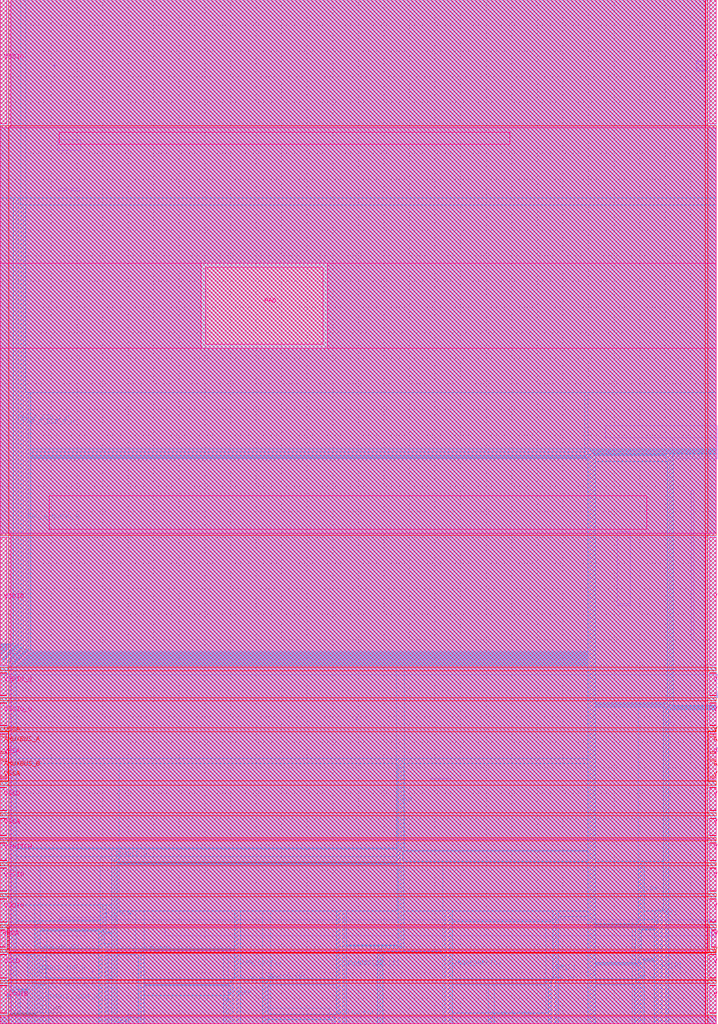
<source format=lef>
# Copyright 2020 The SkyWater PDK Authors
#
# Licensed under the Apache License, Version 2.0 (the "License");
# you may not use this file except in compliance with the License.
# You may obtain a copy of the License at
#
#     https://www.apache.org/licenses/LICENSE-2.0
#
# Unless required by applicable law or agreed to in writing, software
# distributed under the License is distributed on an "AS IS" BASIS,
# WITHOUT WARRANTIES OR CONDITIONS OF ANY KIND, either express or implied.
# See the License for the specific language governing permissions and
# limitations under the License.
#
# SPDX-License-Identifier: Apache-2.0

VERSION 5.5 ;
NAMESCASESENSITIVE ON ;
BUSBITCHARS "[]" ;
DIVIDERCHAR "/" ;
MACRO sky130_fd_io__top_gpio_ovtv2
  CLASS BLOCK ;
  SOURCE USER ;
  ORIGIN  0.000000  0.000000 ;
  SIZE 140 BY 200 ;
  SYMMETRY R90 ;
  PIN AMUXBUS_A
    ANTENNAPARTIALMETALSIDEAREA  215.1680 ;
    DIRECTION INOUT ;
    USE SIGNAL ;
    PORT
      LAYER met4 ;
        RECT 0.000000 53.125000 1.270000 56.105000 ;
    END
    PORT
      LAYER met4 ;
        RECT 138.730000 53.125000 140.000000 56.105000 ;
    END
  END AMUXBUS_A
  PIN AMUXBUS_B
    ANTENNAPARTIALMETALSIDEAREA  215.1680 ;
    DIRECTION INOUT ;
    USE SIGNAL ;
    PORT
      LAYER met4 ;
        RECT 0.000000 48.365000 1.270000 51.345000 ;
    END
    PORT
      LAYER met4 ;
        RECT 138.730000 48.365000 140.000000 51.345000 ;
    END
  END AMUXBUS_B
  PIN ANALOG_EN
    ANTENNAPARTIALCUTAREA  0.320000 ;
    DIRECTION INPUT ;
    USE SIGNAL ;
    PORT
      LAYER met3 ;
        RECT 7.930000 14.070000 8.710000 14.390000 ;
        RECT 7.935000 14.065000 8.705000 14.070000 ;
        RECT 8.025000 13.975000 8.615000 14.065000 ;
        RECT 8.115000  0.000000 8.445000 13.805000 ;
        RECT 8.115000 13.805000 8.445000 13.845000 ;
        RECT 8.115000 13.845000 8.485000 13.885000 ;
        RECT 8.115000 13.885000 8.525000 13.975000 ;
    END
  END ANALOG_EN
  PIN ANALOG_POL
    ANTENNAPARTIALCUTAREA  0.160000 ;
    DIRECTION INPUT ;
    USE SIGNAL ;
    PORT
      LAYER met3 ;
        RECT 64.785000 1.165000 65.565000 1.485000 ;
        RECT 65.110000 1.040000 65.565000 1.165000 ;
        RECT 65.235000 0.000000 65.565000 0.915000 ;
        RECT 65.235000 0.915000 65.565000 1.040000 ;
    END
  END ANALOG_POL
  PIN ANALOG_SEL
    ANTENNAPARTIALCUTAREA  0.160000 ;
    DIRECTION INPUT ;
    USE SIGNAL ;
    PORT
      LAYER met3 ;
        RECT 51.655000 0.000000 51.985000 7.760000 ;
        RECT 51.655000 7.760000 51.985000 7.910000 ;
        RECT 51.655000 7.910000 52.135000 8.060000 ;
        RECT 51.655000 8.060000 52.435000 8.380000 ;
    END
  END ANALOG_SEL
  PIN DM[0]
    ANTENNAGATEAREA  0.500000 ;
    DIRECTION INPUT ;
    USE SIGNAL ;
    PORT
      LAYER met3 ;
        RECT 129.105000 20.955000 129.435000 21.685000 ;
        RECT 129.125000  0.000000 129.455000 20.955000 ;
    END
  END DM[0]
  PIN DM[1]
    ANTENNAGATEAREA  0.500000 ;
    DIRECTION INPUT ;
    USE SIGNAL ;
    PORT
      LAYER met3 ;
        RECT 128.275000  0.000000 128.605000 19.875000 ;
        RECT 128.275000 19.875000 128.605000 19.885000 ;
        RECT 128.275000 19.885000 128.615000 19.895000 ;
        RECT 128.275000 19.895000 128.625000 20.180000 ;
        RECT 128.285000 20.180000 128.625000 20.190000 ;
        RECT 128.295000 20.190000 128.625000 20.200000 ;
        RECT 128.295000 20.200000 128.625000 21.685000 ;
    END
  END DM[1]
  PIN DM[2]
    ANTENNAGATEAREA  0.500000 ;
    DIRECTION INPUT ;
    USE SIGNAL ;
    PORT
      LAYER met3 ;
        RECT 108.375000 20.280000 108.725000 20.640000 ;
        RECT 108.375000 20.640000 108.705000 21.685000 ;
        RECT 108.395000  0.000000 108.725000 20.280000 ;
    END
  END DM[2]
  PIN ENABLE_H
    ANTENNAGATEAREA  8.880000 ;
    DIRECTION INPUT ;
    USE SIGNAL ;
    PORT
      LAYER met3 ;
        RECT 22.135000  0.000000 22.465000 31.675000 ;
        RECT 22.135000 31.675000 22.465000 31.810000 ;
        RECT 22.135000 31.810000 22.600000 31.945000 ;
        RECT 22.135000 31.945000 22.875000 32.275000 ;
    END
  END ENABLE_H
  PIN ENABLE_INP_H
    ANTENNAGATEAREA  3.240000 ;
    DIRECTION INPUT ;
    USE SIGNAL ;
    PORT
      LAYER met3 ;
        RECT 7.110000 0.000000 7.440000 19.735000 ;
    END
  END ENABLE_INP_H
  PIN ENABLE_VDDA_H
    ANTENNAGATEAREA  3.500000 ;
    DIRECTION INPUT ;
    USE SIGNAL ;
    PORT
      LAYER met3 ;
        RECT 8.770000 0.000000 9.100000 8.620000 ;
    END
  END ENABLE_VDDA_H
  PIN ENABLE_VDDIO
    ANTENNAGATEAREA  6.620000 ;
    DIRECTION INPUT ;
    USE SIGNAL ;
    PORT
      LAYER met3 ;
        RECT 95.845000 0.000000 96.215000 1.740000 ;
    END
  END ENABLE_VDDIO
  PIN ENABLE_VSWITCH_H
    ANTENNAGATEAREA  3.120000 ;
    DIRECTION INPUT ;
    USE SIGNAL ;
    PORT
      LAYER met3 ;
        RECT 5.765000 0.000000 6.365000 13.205000 ;
    END
  END ENABLE_VSWITCH_H
  PIN HLD_H_N
    ANTENNAGATEAREA  1.620000 ;
    DIRECTION INPUT ;
    USE SIGNAL ;
    PORT
      LAYER met3 ;
        RECT 19.635000  0.000000 19.965000 17.750000 ;
        RECT 19.635000 17.750000 19.965000 17.865000 ;
        RECT 19.635000 17.865000 20.080000 17.980000 ;
        RECT 19.635000 17.980000 20.195000 17.985000 ;
        RECT 19.675000 17.985000 20.200000 18.025000 ;
        RECT 19.715000 18.025000 20.240000 18.065000 ;
        RECT 19.830000 18.065000 20.280000 18.180000 ;
        RECT 19.945000 18.180000 20.280000 18.295000 ;
        RECT 19.950000 18.295000 20.280000 18.300000 ;
        RECT 19.950000 18.300000 20.280000 22.865000 ;
    END
  END HLD_H_N
  PIN HLD_OVR
    ANTENNAPARTIALCUTAREA  0.160000 ;
    DIRECTION INPUT ;
    USE SIGNAL ;
    PORT
      LAYER met3 ;
        RECT 26.900000 14.055000 27.680000 14.375000 ;
        RECT 26.905000 14.050000 27.685000 14.055000 ;
        RECT 27.055000 13.900000 27.685000 14.050000 ;
        RECT 27.205000 13.750000 27.685000 13.900000 ;
        RECT 27.355000  0.000000 27.685000 13.600000 ;
        RECT 27.355000 13.600000 27.685000 13.750000 ;
    END
  END HLD_OVR
  PIN HYS_TRIM
    ANTENNAPARTIALCUTAREA  0.160000 ;
    DIRECTION INPUT ;
    USE SIGNAL ;
    PORT
      LAYER met3 ;
        RECT 44.905000 8.060000 45.685000 8.380000 ;
        RECT 45.055000 7.910000 45.685000 8.060000 ;
        RECT 45.205000 7.760000 45.685000 7.910000 ;
        RECT 45.355000 0.000000 45.685000 7.610000 ;
        RECT 45.355000 7.610000 45.685000 7.760000 ;
    END
  END HYS_TRIM
  PIN IB_MODE_SEL[0]
    ANTENNAGATEAREA  0.500000 ;
    DIRECTION INPUT ;
    USE SIGNAL ;
    PORT
      LAYER met3 ;
        RECT 86.815000 0.000000 87.145000 21.685000 ;
    END
  END IB_MODE_SEL[0]
  PIN IB_MODE_SEL[1]
    ANTENNAGATEAREA  0.500000 ;
    DIRECTION INPUT ;
    USE SIGNAL ;
    PORT
      LAYER met3 ;
        RECT 66.935000 0.000000 67.265000 21.685000 ;
    END
  END IB_MODE_SEL[1]
  PIN IN
    ANTENNAPARTIALMETALSIDEAREA  23.36800 ;
    DIRECTION OUTPUT ;
    USE SIGNAL ;
    PORT
      LAYER met3 ;
        RECT 20.380000 0.000000 20.710000 15.275000 ;
    END
  END IN
  PIN INP_DIS
    ANTENNAPARTIALCUTAREA  0.160000 ;
    DIRECTION INPUT ;
    USE SIGNAL ;
    PORT
      LAYER met3 ;
        RECT 107.095000 8.060000 107.875000 8.380000 ;
        RECT 107.285000 8.055000 107.875000 8.060000 ;
        RECT 107.415000 7.925000 107.875000 8.055000 ;
        RECT 107.545000 0.000000 107.875000 7.795000 ;
        RECT 107.545000 7.795000 107.875000 7.925000 ;
    END
  END INP_DIS
  PIN IN_H
    ANTENNAPARTIALMETALSIDEAREA  1.722440 ;
    DIRECTION OUTPUT ;
    USE SIGNAL ;
    PORT
      LAYER met3 ;
        RECT 23.490000 0.610000 24.710000 0.940000 ;
        RECT 24.100000 0.605000 24.710000 0.610000 ;
        RECT 24.240000 0.465000 24.710000 0.605000 ;
        RECT 24.380000 0.000000 24.710000 0.325000 ;
        RECT 24.380000 0.325000 24.710000 0.465000 ;
    END
  END IN_H
  PIN OE_N
    ANTENNAPARTIALCUTAREA  0.160000 ;
    DIRECTION INPUT ;
    USE SIGNAL ;
    PORT
      LAYER met3 ;
        RECT 123.995000 8.060000 124.775000 8.380000 ;
        RECT 124.325000 7.940000 124.775000 8.060000 ;
        RECT 124.445000 0.000000 124.775000 7.820000 ;
        RECT 124.445000 7.820000 124.775000 7.940000 ;
    END
  END OE_N
  PIN OUT
    ANTENNAGATEAREA  1.529000 ;
    DIRECTION INPUT ;
    USE SIGNAL ;
    PORT
      LAYER met3 ;
        RECT 74.125000  0.000000 74.455000 14.140000 ;
        RECT 74.125000 14.140000 74.455000 14.290000 ;
        RECT 74.125000 14.290000 74.605000 14.440000 ;
        RECT 74.125000 14.440000 74.755000 14.535000 ;
        RECT 74.125000 14.535000 78.505000 14.865000 ;
        RECT 77.870000 51.155000 78.600000 51.485000 ;
        RECT 77.930000 14.865000 78.505000 15.015000 ;
        RECT 77.950000 31.465000 78.355000 31.535000 ;
        RECT 77.950000 31.535000 78.285000 31.605000 ;
        RECT 77.950000 31.605000 78.280000 31.610000 ;
        RECT 77.950000 31.610000 78.280000 33.835000 ;
        RECT 77.950000 33.835000 78.280000 33.905000 ;
        RECT 77.950000 33.905000 78.350000 33.975000 ;
        RECT 77.950000 33.975000 78.420000 33.980000 ;
        RECT 77.990000 31.425000 78.425000 31.465000 ;
        RECT 77.990000 33.980000 78.425000 34.020000 ;
        RECT 78.030000 31.385000 78.465000 31.425000 ;
        RECT 78.030000 34.020000 78.465000 34.060000 ;
        RECT 78.035000 31.380000 78.505000 31.385000 ;
        RECT 78.080000 15.015000 78.505000 15.165000 ;
        RECT 78.100000 34.060000 78.505000 34.130000 ;
        RECT 78.105000 31.310000 78.505000 31.380000 ;
        RECT 78.170000 34.130000 78.505000 34.200000 ;
        RECT 78.175000 15.165000 78.505000 15.260000 ;
        RECT 78.175000 15.260000 78.505000 31.240000 ;
        RECT 78.175000 31.240000 78.505000 31.310000 ;
        RECT 78.175000 34.200000 78.505000 34.205000 ;
        RECT 78.175000 34.205000 78.505000 51.155000 ;
    END
  END OUT
  PIN PAD
    ANTENNAPARTIALMETALSIDEAREA  228.2030 ;
    DIRECTION INOUT ;
    USE SIGNAL ;
    PORT
      LAYER met5 ;
        RECT 40.095000 132.705000 63.135000 147.730000 ;
    END
  END PAD
  PIN PAD_A_ESD_0_H
    ANTENNAPARTIALMETALSIDEAREA  256.0560 ;
    DIRECTION INOUT ;
    USE SIGNAL ;
    PORT
      LAYER met3 ;
        RECT 1.240000  5.465000 2.200000   5.470000 ;
        RECT 1.240000  5.470000 2.050000   5.620000 ;
        RECT 1.240000  5.620000 1.900000   5.770000 ;
        RECT 1.240000  5.770000 1.840000   5.830000 ;
        RECT 1.240000  5.830000 1.840000  70.535000 ;
        RECT 1.240000 70.535000 1.840000  70.680000 ;
        RECT 1.240000 70.680000 1.985000  70.825000 ;
        RECT 1.300000  5.405000 2.200000   5.465000 ;
        RECT 1.390000 70.825000 2.130000  70.975000 ;
        RECT 1.450000  5.255000 2.200000   5.405000 ;
        RECT 1.540000 70.975000 2.280000  71.125000 ;
        RECT 1.600000  0.000000 2.200000   5.105000 ;
        RECT 1.600000  5.105000 2.200000   5.255000 ;
        RECT 1.690000 71.125000 2.430000  71.275000 ;
        RECT 1.840000 71.275000 2.580000  71.425000 ;
        RECT 1.990000 71.425000 2.730000  71.575000 ;
        RECT 2.140000 71.575000 2.880000  71.725000 ;
        RECT 2.290000 71.725000 3.030000  71.875000 ;
        RECT 2.440000 71.875000 3.180000  72.025000 ;
        RECT 2.590000 72.025000 3.330000  72.175000 ;
        RECT 2.740000 72.175000 3.480000  72.325000 ;
        RECT 2.890000 72.325000 3.630000  72.475000 ;
        RECT 3.040000 72.475000 3.780000  72.625000 ;
        RECT 3.190000 72.625000 3.930000  72.775000 ;
        RECT 3.340000 72.775000 4.080000  72.925000 ;
        RECT 3.490000 72.925000 4.230000  73.075000 ;
        RECT 3.640000 73.075000 4.380000  73.225000 ;
        RECT 3.725000 73.225000 4.530000  73.310000 ;
        RECT 3.865000 73.310000 4.615000  73.450000 ;
        RECT 4.005000 73.450000 4.615000  73.590000 ;
        RECT 4.010000 73.590000 4.615000  73.595000 ;
        RECT 4.010000 73.595000 4.615000 159.560000 ;
    END
  END PAD_A_ESD_0_H
  PIN PAD_A_ESD_1_H
    ANTENNAPARTIALMETALSIDEAREA  257.9440 ;
    DIRECTION INOUT ;
    USE SIGNAL ;
    PORT
      LAYER met3 ;
        RECT 0.330000  0.000000 0.930000  71.100000 ;
        RECT 0.330000 71.100000 0.930000  71.240000 ;
        RECT 0.330000 71.240000 1.070000  71.380000 ;
        RECT 0.480000 71.380000 1.210000  71.530000 ;
        RECT 0.630000 71.530000 1.360000  71.680000 ;
        RECT 0.780000 71.680000 1.510000  71.830000 ;
        RECT 0.930000 71.830000 1.660000  71.980000 ;
        RECT 1.080000 71.980000 1.810000  72.130000 ;
        RECT 1.230000 72.130000 1.960000  72.280000 ;
        RECT 1.380000 72.280000 2.110000  72.430000 ;
        RECT 1.530000 72.430000 2.260000  72.580000 ;
        RECT 1.680000 72.580000 2.410000  72.730000 ;
        RECT 1.830000 72.730000 2.560000  72.880000 ;
        RECT 1.980000 72.880000 2.710000  73.030000 ;
        RECT 2.130000 73.030000 2.860000  73.180000 ;
        RECT 2.280000 73.180000 3.010000  73.330000 ;
        RECT 2.430000 73.330000 3.160000  73.480000 ;
        RECT 2.580000 73.480000 3.310000  73.630000 ;
        RECT 2.705000 73.630000 3.460000  73.755000 ;
        RECT 2.845000 73.755000 3.585000  73.895000 ;
        RECT 2.985000 73.895000 3.585000  74.035000 ;
        RECT 2.985000 74.035000 3.585000 160.945000 ;
    END
  END PAD_A_ESD_1_H
  PIN PAD_A_NOESD_H
    ANTENNAPARTIALCUTAREA  0.120000 ;
    DIRECTION INOUT ;
    USE SIGNAL ;
    PORT
      LAYER met3 ;
        RECT 2.150000  6.260000 2.975000   6.410000 ;
        RECT 2.150000  6.410000 2.825000   6.560000 ;
        RECT 2.150000  6.560000 2.750000   6.635000 ;
        RECT 2.150000  6.635000 2.750000  70.075000 ;
        RECT 2.150000 70.075000 2.750000  70.220000 ;
        RECT 2.150000 70.220000 2.895000  70.365000 ;
        RECT 2.210000  6.200000 3.125000   6.260000 ;
        RECT 2.300000 70.365000 3.040000  70.515000 ;
        RECT 2.360000  6.050000 3.185000   6.200000 ;
        RECT 2.450000 70.515000 3.190000  70.665000 ;
        RECT 2.510000  5.900000 3.335000   6.050000 ;
        RECT 2.585000  5.825000 3.485000   5.900000 ;
        RECT 2.600000 70.665000 3.340000  70.815000 ;
        RECT 2.735000  5.675000 3.485000   5.825000 ;
        RECT 2.750000 70.815000 3.490000  70.965000 ;
        RECT 2.885000  0.000000 3.485000   5.525000 ;
        RECT 2.885000  5.525000 3.485000   5.675000 ;
        RECT 2.900000 70.965000 3.640000  71.115000 ;
        RECT 3.050000 71.115000 3.790000  71.265000 ;
        RECT 3.200000 71.265000 3.940000  71.415000 ;
        RECT 3.350000 71.415000 4.090000  71.565000 ;
        RECT 3.500000 71.565000 4.240000  71.715000 ;
        RECT 3.650000 71.715000 4.390000  71.865000 ;
        RECT 3.800000 71.865000 4.540000  72.015000 ;
        RECT 3.950000 72.015000 4.690000  72.165000 ;
        RECT 4.100000 72.165000 4.840000  72.315000 ;
        RECT 4.250000 72.315000 4.990000  72.465000 ;
        RECT 4.400000 72.465000 5.140000  72.615000 ;
        RECT 4.550000 72.615000 5.290000  72.765000 ;
        RECT 4.675000 72.765000 5.440000  72.890000 ;
        RECT 4.820000 72.890000 5.565000  73.035000 ;
        RECT 4.965000 73.035000 5.565000  73.180000 ;
        RECT 4.965000 73.180000 5.565000 122.920000 ;
    END
  END PAD_A_NOESD_H
  PIN SLEW_CTL[0]
    ANTENNAGATEAREA  0.500000 ;
    DIRECTION INPUT ;
    USE SIGNAL ;
    PORT
      LAYER met3 ;
        RECT 66.085000 0.000000 66.415000 21.685000 ;
    END
  END SLEW_CTL[0]
  PIN SLEW_CTL[1]
    ANTENNAGATEAREA  0.500000 ;
    DIRECTION INPUT ;
    USE SIGNAL ;
    PORT
      LAYER met3 ;
        RECT 46.205000 0.000000 46.535000 21.685000 ;
    END
  END SLEW_CTL[1]
  PIN SLOW
    ANTENNAGATEAREA  0.500000 ;
    DIRECTION INPUT ;
    USE SIGNAL ;
    PORT
      LAYER met3 ;
        RECT 124.580000 12.150000 125.135000 12.300000 ;
        RECT 124.580000 12.300000 124.985000 12.450000 ;
        RECT 124.580000 12.450000 124.910000 12.525000 ;
        RECT 124.580000 12.525000 124.910000 18.470000 ;
        RECT 124.580000 18.470000 124.910000 18.615000 ;
        RECT 124.580000 18.615000 125.055000 18.760000 ;
        RECT 124.580000 18.760000 125.200000 18.765000 ;
        RECT 124.585000 12.145000 125.285000 12.150000 ;
        RECT 124.675000 12.055000 125.290000 12.145000 ;
        RECT 124.710000 18.765000 125.205000 18.895000 ;
        RECT 124.765000 11.965000 125.380000 12.055000 ;
        RECT 124.840000 11.890000 125.470000 11.965000 ;
        RECT 124.840000 18.895000 125.335000 19.025000 ;
        RECT 124.845000 19.025000 125.465000 19.030000 ;
        RECT 124.990000 11.740000 125.470000 11.890000 ;
        RECT 124.990000 19.030000 125.470000 19.175000 ;
        RECT 125.135000 19.175000 125.470000 19.320000 ;
        RECT 125.140000  0.000000 125.470000 11.590000 ;
        RECT 125.140000 11.590000 125.470000 11.740000 ;
        RECT 125.140000 19.320000 125.470000 19.325000 ;
        RECT 125.140000 19.325000 125.470000 31.390000 ;
    END
  END SLOW
  PIN TIE_HI_ESD
    ANTENNAGATEAREA 21 ;
    DIRECTION OUTPUT ;
    USE SIGNAL ;
    PORT
      LAYER met3 ;
        RECT 129.975000   0.000000 130.305000  61.465000 ;
        RECT 129.975000  61.465000 130.305000  61.560000 ;
        RECT 129.975000  61.560000 130.400000  61.655000 ;
        RECT 130.125000  61.655000 130.495000  61.805000 ;
        RECT 130.275000  61.805000 130.645000  61.955000 ;
        RECT 130.425000  61.955000 130.795000  62.105000 ;
        RECT 130.460000 110.205000 131.140000 110.935000 ;
        RECT 130.575000  62.105000 130.945000  62.255000 ;
        RECT 130.620000  62.255000 131.095000  62.300000 ;
        RECT 130.715000  62.300000 131.140000  62.395000 ;
        RECT 130.730000 110.125000 131.140000 110.205000 ;
        RECT 130.810000  62.395000 131.140000  62.490000 ;
        RECT 130.810000  62.490000 131.140000 110.045000 ;
        RECT 130.810000 110.045000 131.140000 110.125000 ;
    END
  END TIE_HI_ESD
  PIN TIE_LO_ESD
    ANTENNAGATEAREA  2.400000 ;
    DIRECTION OUTPUT ;
    USE SIGNAL ;
    PORT
      LAYER met3 ;
        RECT 114.650000 111.180000 115.485000 111.265000 ;
        RECT 114.650000 111.265000 115.400000 111.350000 ;
        RECT 114.670000 111.160000 115.570000 111.180000 ;
        RECT 114.820000 111.010000 115.590000 111.160000 ;
        RECT 114.970000 110.860000 115.740000 111.010000 ;
        RECT 114.990000 110.840000 115.890000 110.860000 ;
        RECT 115.140000 110.690000 115.890000 110.840000 ;
        RECT 115.290000   0.000000 115.890000 110.540000 ;
        RECT 115.290000 110.540000 115.890000 110.690000 ;
    END
  END TIE_LO_ESD
  PIN VINREF
    ANTENNAGATEAREA 54 ;
    DIRECTION INPUT ;
    USE SIGNAL ;
    PORT
      LAYER met3 ;
        RECT 44.035000 0.000000 44.365000 4.460000 ;
        RECT 44.035000 4.460000 44.365000 4.610000 ;
        RECT 44.035000 4.610000 44.515000 4.760000 ;
        RECT 44.035000 4.760000 44.665000 4.860000 ;
        RECT 44.035000 4.860000 44.765000 5.190000 ;
    END
  END VINREF
  PIN VTRIP_SEL
    ANTENNAGATEAREA  0.500000 ;
    DIRECTION INPUT ;
    USE SIGNAL ;
    PORT
      LAYER met3 ;
        RECT 87.665000 0.000000 87.995000 21.685000 ;
    END
  END VTRIP_SEL
  PIN VCCD
    DIRECTION INOUT ;
    USE POWER ;
    PORT
      LAYER met4 ;
        RECT 0.000000 8.885000 1.270000 13.535000 ;
    END
    PORT
      LAYER met4 ;
        RECT 138.255000  8.930000 140.000000 13.465000 ;
        RECT 138.730000  8.885000 140.000000  8.930000 ;
        RECT 138.730000 13.465000 140.000000 13.535000 ;
    END
    PORT
      LAYER met5 ;
        RECT 0.000000 8.985000 1.270000 13.435000 ;
    END
    PORT
      LAYER met5 ;
        RECT 138.730000 8.985000 140.000000 13.435000 ;
    END
  END VCCD
  PIN VCCHIB
    DIRECTION INOUT ;
    USE POWER ;
    PORT
      LAYER met4 ;
        RECT 0.000000 2.035000 1.270000 7.485000 ;
    END
    PORT
      LAYER met4 ;
        RECT 138.730000 2.035000 140.000000 7.485000 ;
    END
    PORT
      LAYER met5 ;
        RECT 0.000000 2.135000 1.270000 7.385000 ;
    END
    PORT
      LAYER met5 ;
        RECT 138.730000 2.135000 140.000000 7.385000 ;
    END
  END VCCHIB
  PIN VDDA
    DIRECTION INOUT ;
    USE POWER ;
    PORT
      LAYER met4 ;
        RECT 0.000000 14.935000 0.965000 18.385000 ;
    END
    PORT
      LAYER met4 ;
        RECT 139.035000 14.935000 140.000000 18.385000 ;
    END
    PORT
      LAYER met5 ;
        RECT 0.000000 15.035000 0.965000 18.285000 ;
    END
    PORT
      LAYER met5 ;
        RECT 139.035000 15.035000 140.000000 18.285000 ;
    END
  END VDDA
  PIN VDDIO
    DIRECTION INOUT ;
    USE POWER ;
    PORT
      LAYER met4 ;
        RECT 0.000000 19.785000 1.270000 24.435000 ;
    END
    PORT
      LAYER met4 ;
        RECT 0.000000 70.035000 1.270000 95.000000 ;
    END
    PORT
      LAYER met4 ;
        RECT 138.730000 19.785000 140.000000 24.435000 ;
    END
    PORT
      LAYER met4 ;
        RECT 138.730000 70.035000 140.000000 95.000000 ;
    END
    PORT
      LAYER met5 ;
        RECT 0.000000 19.885000 1.270000 24.335000 ;
    END
    PORT
      LAYER met5 ;
        RECT 0.000000 70.035000 1.270000 94.985000 ;
    END
    PORT
      LAYER met5 ;
        RECT 138.730000 19.885000 140.000000 24.335000 ;
    END
    PORT
      LAYER met5 ;
        RECT 138.730000 70.035000 140.000000 94.985000 ;
    END
  END VDDIO
  PIN VDDIO_Q
    DIRECTION INOUT ;
    USE POWER ;
    PORT
      LAYER met4 ;
        RECT 0.000000 64.085000 1.270000 68.535000 ;
    END
    PORT
      LAYER met4 ;
        RECT 138.730000 64.085000 140.000000 68.535000 ;
    END
    PORT
      LAYER met5 ;
        RECT 0.000000 64.185000 1.270000 68.435000 ;
    END
    PORT
      LAYER met5 ;
        RECT 138.730000 64.185000 140.000000 68.435000 ;
    END
  END VDDIO_Q
  PIN VSSA
    DIRECTION INOUT ;
    USE GROUND ;
    PORT
      LAYER met4 ;
        RECT 0.000000 36.735000 1.270000 40.185000 ;
    END
    PORT
      LAYER met4 ;
        RECT 0.000000 47.735000 1.270000 48.065000 ;
    END
    PORT
      LAYER met4 ;
        RECT 0.000000 51.645000 1.270000 52.825000 ;
    END
    PORT
      LAYER met4 ;
        RECT 0.000000 56.405000 1.270000 56.735000 ;
    END
    PORT
      LAYER met4 ;
        RECT 138.730000 36.735000 140.000000 40.185000 ;
    END
    PORT
      LAYER met4 ;
        RECT 138.730000 47.735000 140.000000 48.065000 ;
    END
    PORT
      LAYER met4 ;
        RECT 138.730000 51.645000 140.000000 52.825000 ;
    END
    PORT
      LAYER met4 ;
        RECT 138.730000 56.405000 140.000000 56.735000 ;
    END
    PORT
      LAYER met5 ;
        RECT 0.000000 36.840000 1.270000 40.085000 ;
    END
    PORT
      LAYER met5 ;
        RECT 0.000000 47.735000 1.270000 56.735000 ;
    END
    PORT
      LAYER met5 ;
        RECT 138.730000 36.840000 140.000000 40.085000 ;
    END
    PORT
      LAYER met5 ;
        RECT 138.730000 47.735000 140.000000 56.735000 ;
    END
  END VSSA
  PIN VSSD
    DIRECTION INOUT ;
    USE GROUND ;
    PORT
      LAYER met4 ;
        RECT 0.000000 41.585000 1.270000 46.235000 ;
    END
    PORT
      LAYER met4 ;
        RECT 138.730000 41.585000 140.000000 46.235000 ;
    END
    PORT
      LAYER met5 ;
        RECT 0.000000 41.685000 1.270000 46.135000 ;
    END
    PORT
      LAYER met5 ;
        RECT 138.730000 41.685000 140.000000 46.135000 ;
    END
  END VSSD
  PIN VSSIO
    DIRECTION INOUT ;
    USE GROUND ;
    PORT
      LAYER met4 ;
        RECT 0.000000 175.785000 1.270000 200.000000 ;
    END
    PORT
      LAYER met4 ;
        RECT 0.000000 25.835000 1.270000 30.485000 ;
    END
    PORT
      LAYER met4 ;
        RECT 138.730000 175.785000 140.000000 200.000000 ;
    END
    PORT
      LAYER met4 ;
        RECT 138.730000 25.835000 140.000000 30.485000 ;
    END
    PORT
      LAYER met5 ;
        RECT 0.000000 175.785000 1.270000 200.000000 ;
    END
    PORT
      LAYER met5 ;
        RECT 0.000000 25.935000 1.270000 30.385000 ;
    END
    PORT
      LAYER met5 ;
        RECT 138.730000 175.785000 140.000000 200.000000 ;
    END
    PORT
      LAYER met5 ;
        RECT 138.730000 25.935000 140.000000 30.385000 ;
    END
  END VSSIO
  PIN VSSIO_Q
    DIRECTION INOUT ;
    USE GROUND ;
    PORT
      LAYER met4 ;
        RECT 0.000000 58.235000 1.270000 62.685000 ;
    END
    PORT
      LAYER met4 ;
        RECT 138.730000 58.235000 140.000000 62.685000 ;
    END
    PORT
      LAYER met5 ;
        RECT 0.000000 58.335000 1.270000 62.585000 ;
    END
    PORT
      LAYER met5 ;
        RECT 138.730000 58.335000 140.000000 62.585000 ;
    END
  END VSSIO_Q
  PIN VSWITCH
    DIRECTION INOUT ;
    USE POWER ;
    PORT
      LAYER met4 ;
        RECT 0.000000 31.885000 1.270000 35.335000 ;
    END
    PORT
      LAYER met4 ;
        RECT 138.730000 31.885000 140.000000 35.335000 ;
    END
    PORT
      LAYER met5 ;
        RECT 0.000000 31.985000 1.270000 35.235000 ;
    END
    PORT
      LAYER met5 ;
        RECT 138.730000 31.985000 140.000000 35.235000 ;
    END
  END VSWITCH
  OBS
    LAYER li1 ;
      RECT  10.485000 187.010000  10.715000 187.105000 ;
      RECT  10.485000 187.105000  10.830000 187.335000 ;
      RECT  11.220000 170.660000  15.760000 172.700000 ;
      RECT  11.395000 162.715000  13.005000 163.245000 ;
      RECT  11.600000  17.150000  16.580000  18.770000 ;
      RECT  11.600000  18.770000 140.000000  20.300000 ;
      RECT  11.600000  20.300000  22.570000  20.755000 ;
      RECT  13.915000 162.715000  15.525000 163.245000 ;
      RECT  18.005000  10.045000  18.175000  10.575000 ;
      RECT  32.245000  17.150000 140.000000  18.770000 ;
      RECT  69.500000  59.375000  69.820000  59.965000 ;
      RECT  84.135000  47.800000  88.065000  47.970000 ;
      RECT 118.305000 114.495000 140.145000 116.765000 ;
      RECT 120.645000  82.020000 123.195000  96.125000 ;
      RECT 120.725000  81.690000 123.195000  82.020000 ;
      RECT 129.625000  57.445000 131.645000  58.925000 ;
      RECT 131.375000 110.400000 140.145000 114.495000 ;
      RECT 135.060000  74.915000 135.565000 104.150000 ;
      RECT 135.140000  74.890000 135.565000  74.915000 ;
      RECT 135.140000 104.150000 135.565000 104.230000 ;
      RECT 136.065000 186.065000 138.125000 186.295000 ;
      RECT 136.065000 186.295000 136.295000 186.895000 ;
      RECT 136.065000 187.570000 136.295000 187.870000 ;
      RECT 136.065000 187.870000 138.125000 188.100000 ;
      RECT 136.815000 187.175000 137.345000 187.345000 ;
      RECT 137.895000 186.295000 138.125000 187.870000 ;
    LAYER met1 ;
      RECT   0.000000  0.000000 140.000000 200.000000 ;
      RECT 140.000000 53.225000 140.350000  53.955000 ;
      RECT 140.000000 63.715000 140.160000  64.685000 ;
    LAYER met2 ;
      RECT 0.000000  0.000000 140.000000  63.715000 ;
      RECT 0.000000 63.715000 140.325000  68.140000 ;
      RECT 0.000000 68.140000 140.000000 200.000000 ;
    LAYER met3 ;
      RECT   0.000000   0.000000   0.030000  71.504000 ;
      RECT   0.000000  71.504000   2.685000  74.159000 ;
      RECT   0.000000  71.765000   0.149000  71.915000 ;
      RECT   0.000000  71.915000   0.299000  72.065000 ;
      RECT   0.000000  72.065000   0.449000  72.215000 ;
      RECT   0.000000  72.215000   0.599000  72.365000 ;
      RECT   0.000000  72.365000   0.749000  72.515000 ;
      RECT   0.000000  72.515000   0.899000  72.665000 ;
      RECT   0.000000  72.665000   1.049000  72.815000 ;
      RECT   0.000000  72.815000   1.199000  72.965000 ;
      RECT   0.000000  72.965000   1.349000  73.115000 ;
      RECT   0.000000  73.115000   1.499000  73.265000 ;
      RECT   0.000000  73.265000   1.649000  73.415000 ;
      RECT   0.000000  73.415000   1.799000  73.565000 ;
      RECT   0.000000  73.565000   1.949000  73.715000 ;
      RECT   0.000000  73.715000   2.099000  73.865000 ;
      RECT   0.000000  73.865000   2.249000  74.015000 ;
      RECT   0.000000  74.015000   2.399000  74.165000 ;
      RECT   0.000000  74.159000   2.685000 161.245000 ;
      RECT   0.000000  74.165000   2.549000  74.200000 ;
      RECT   0.000000  74.201000   2.585000 161.345000 ;
      RECT   0.000000 161.245000 140.000000 200.000000 ;
      RECT   0.000000 161.345000 140.000000 200.000000 ;
      RECT   1.230000   0.000000   1.300000   4.981000 ;
      RECT   2.500000   0.000000   2.585000   5.401000 ;
      RECT   3.050000   6.759000   5.465000  13.505000 ;
      RECT   3.050000  13.505000   6.810000  20.035000 ;
      RECT   3.050000  20.035000  19.650000  23.165000 ;
      RECT   3.050000  23.165000  21.835000  32.575000 ;
      RECT   3.050000  32.575000  77.650000  34.104000 ;
      RECT   3.050000  34.104000  77.875000  34.329000 ;
      RECT   3.050000  34.329000  77.875000  50.855000 ;
      RECT   3.050000  50.855000  77.570000  51.785000 ;
      RECT   3.050000  51.785000 114.990000  69.951000 ;
      RECT   3.050000  69.951000 114.990000  72.766000 ;
      RECT   3.150000   6.801000   5.365000  13.605000 ;
      RECT   3.150000  13.605000   6.710000  20.135000 ;
      RECT   3.150000  13.605000   6.710000  23.265000 ;
      RECT   3.150000  20.135000  19.550000  23.265000 ;
      RECT   3.150000  20.135000  19.550000  32.675000 ;
      RECT   3.150000  23.265000  21.735000  32.675000 ;
      RECT   3.150000  23.265000  21.735000  34.146000 ;
      RECT   3.150000  23.265000  21.735000  34.146000 ;
      RECT   3.150000  23.265000  21.735000  34.146000 ;
      RECT   3.150000  32.675000  77.550000  34.146000 ;
      RECT   3.150000  32.675000  77.550000  50.755000 ;
      RECT   3.150000  32.675000  77.550000  50.755000 ;
      RECT   3.150000  32.675000  77.550000  50.755000 ;
      RECT   3.150000  32.675000  77.550000  50.755000 ;
      RECT   3.150000  34.146000  77.550000  34.260000 ;
      RECT   3.150000  34.146000  77.550000  34.260000 ;
      RECT   3.150000  34.260000  77.664000  34.370000 ;
      RECT   3.150000  34.260000  77.664000  34.370000 ;
      RECT   3.150000  34.371000  77.470000  51.885000 ;
      RECT   3.150000  34.371000  77.470000  69.909000 ;
      RECT   3.150000  34.371000  77.775000  50.755000 ;
      RECT   3.150000  50.755000  77.470000  51.885000 ;
      RECT   3.150000  51.885000 114.890000  69.909000 ;
      RECT   3.286000   6.665000   5.365000   6.800000 ;
      RECT   3.301000  69.909000 114.890000  70.060000 ;
      RECT   3.301000  69.909000 114.890000  70.060000 ;
      RECT   3.436000   6.515000   5.365000   6.665000 ;
      RECT   3.451000  70.060000 114.890000  70.210000 ;
      RECT   3.451000  70.060000 114.890000  70.210000 ;
      RECT   3.586000   6.365000   5.365000   6.515000 ;
      RECT   3.601000  70.210000 114.890000  70.360000 ;
      RECT   3.601000  70.210000 114.890000  70.360000 ;
      RECT   3.736000   6.215000   5.365000   6.365000 ;
      RECT   3.751000  70.360000 114.890000  70.510000 ;
      RECT   3.751000  70.360000 114.890000  70.510000 ;
      RECT   3.785000   0.000000   5.465000   6.024000 ;
      RECT   3.785000   6.024000   5.465000   6.759000 ;
      RECT   3.885000   0.000000   5.365000   6.066000 ;
      RECT   3.885000   6.066000   5.365000   6.215000 ;
      RECT   3.885000 159.860000 140.000000 161.245000 ;
      RECT   3.901000  70.510000 114.890000  70.660000 ;
      RECT   3.901000  70.510000 114.890000  70.660000 ;
      RECT   3.985000 159.960000 140.000000 161.345000 ;
      RECT   3.985000 159.960000 140.000000 200.000000 ;
      RECT   4.051000  70.660000 114.890000  70.810000 ;
      RECT   4.051000  70.660000 114.890000  70.810000 ;
      RECT   4.201000  70.810000 114.890000  70.960000 ;
      RECT   4.201000  70.810000 114.890000  70.960000 ;
      RECT   4.351000  70.960000 114.890000  71.110000 ;
      RECT   4.351000  70.960000 114.890000  71.110000 ;
      RECT   4.501000  71.110000 114.890000  71.260000 ;
      RECT   4.501000  71.110000 114.890000  71.260000 ;
      RECT   4.651000  71.260000 114.890000  71.410000 ;
      RECT   4.651000  71.260000 114.890000  71.410000 ;
      RECT   4.801000  71.410000 114.890000  71.560000 ;
      RECT   4.801000  71.410000 114.890000  71.560000 ;
      RECT   4.915000 123.220000 140.000000 159.860000 ;
      RECT   4.951000  71.560000 114.890000  71.710000 ;
      RECT   4.951000  71.560000 114.890000  71.710000 ;
      RECT   5.015000 123.320000 140.000000 159.960000 ;
      RECT   5.015000 123.320000 140.000000 200.000000 ;
      RECT   5.101000  71.710000 114.890000  71.860000 ;
      RECT   5.101000  71.710000 114.890000  71.860000 ;
      RECT   5.251000  71.860000 114.890000  72.010000 ;
      RECT   5.251000  71.860000 114.890000  72.010000 ;
      RECT   5.401000  72.010000 114.890000  72.160000 ;
      RECT   5.401000  72.010000 114.890000  72.160000 ;
      RECT   5.551000  72.160000 114.890000  72.310000 ;
      RECT   5.551000  72.160000 114.890000  72.310000 ;
      RECT   5.701000  72.310000 114.890000  72.460000 ;
      RECT   5.701000  72.310000 114.890000  72.460000 ;
      RECT   5.851000  72.460000 114.890000  72.610000 ;
      RECT   5.851000  72.460000 114.890000  72.610000 ;
      RECT   5.865000  72.766000 114.990000 110.416000 ;
      RECT   5.865000 110.416000 114.350000 111.056000 ;
      RECT   5.865000 111.056000 114.350000 111.650000 ;
      RECT   5.865000 111.650000 114.965000 112.209000 ;
      RECT   5.865000 112.209000 140.000000 123.220000 ;
      RECT   5.965000  72.724000 114.890000 110.374000 ;
      RECT   5.965000 110.374000 114.250000 123.320000 ;
      RECT   5.965000 110.374000 114.250000 123.320000 ;
      RECT   5.965000 110.374000 114.250000 123.320000 ;
      RECT   5.965000 110.374000 114.739000 110.525000 ;
      RECT   5.965000 110.374000 114.739000 110.525000 ;
      RECT   5.965000 110.525000 114.589000 110.675000 ;
      RECT   5.965000 110.525000 114.589000 110.675000 ;
      RECT   5.965000 110.675000 114.439000 110.825000 ;
      RECT   5.965000 110.675000 114.439000 110.825000 ;
      RECT   5.965000 110.825000 114.289000 110.975000 ;
      RECT   5.965000 110.825000 114.289000 110.975000 ;
      RECT   5.965000 110.975000 114.249000 111.015000 ;
      RECT   5.965000 110.975000 114.249000 111.015000 ;
      RECT   5.965000 111.014000 114.250000 111.750000 ;
      RECT   5.965000 111.750000 114.865000 112.451000 ;
      RECT   5.965000 111.750000 114.865000 123.320000 ;
      RECT   5.965000 111.750000 114.865000 123.320000 ;
      RECT   5.965000 111.750000 114.865000 123.320000 ;
      RECT   5.965000 112.451000 140.000000 123.320000 ;
      RECT   5.966000  72.610000 114.890000  72.725000 ;
      RECT   5.966000  72.610000 114.890000  72.725000 ;
      RECT   6.665000   0.000000   6.810000  13.505000 ;
      RECT   7.740000   0.000000   7.815000  13.761000 ;
      RECT   7.740000  14.690000  19.335000  18.109000 ;
      RECT   7.740000  18.109000  19.650000  18.424000 ;
      RECT   7.740000  18.424000  19.650000  20.035000 ;
      RECT   7.840000  14.790000  19.235000  18.151000 ;
      RECT   7.840000  14.790000  19.235000  18.466000 ;
      RECT   7.840000  18.151000  19.235000  18.300000 ;
      RECT   7.840000  18.151000  19.235000  18.300000 ;
      RECT   7.840000  18.300000  19.384000  18.450000 ;
      RECT   7.840000  18.300000  19.384000  18.450000 ;
      RECT   7.840000  18.450000  19.534000  18.465000 ;
      RECT   7.840000  18.450000  19.534000  18.465000 ;
      RECT   7.840000  18.466000  19.550000  20.135000 ;
      RECT   7.840000  18.466000  19.550000  32.675000 ;
      RECT   8.745000   8.920000  19.335000  13.681000 ;
      RECT   8.745000  13.681000  19.335000  13.946000 ;
      RECT   8.845000   9.020000  19.235000  13.639000 ;
      RECT   8.976000  13.639000  19.235000  13.770000 ;
      RECT   8.976000  13.639000  19.235000  13.770000 ;
      RECT   9.010000  13.946000  19.335000  14.690000 ;
      RECT   9.106000  13.770000  19.235000  13.900000 ;
      RECT   9.106000  13.770000  19.235000  13.900000 ;
      RECT   9.110000   9.020000  19.235000  18.151000 ;
      RECT   9.110000  13.904000  19.235000  14.790000 ;
      RECT   9.111000  13.900000  19.235000  13.905000 ;
      RECT   9.111000  13.900000  19.235000  13.905000 ;
      RECT   9.400000   0.000000  19.335000   8.920000 ;
      RECT   9.500000   0.000000  19.235000   9.020000 ;
      RECT  20.265000  15.575000  21.835000  17.626000 ;
      RECT  20.265000  17.626000  21.835000  17.941000 ;
      RECT  20.365000  15.675000  21.735000  17.584000 ;
      RECT  20.516000  17.584000  21.735000  17.735000 ;
      RECT  20.580000  17.941000  21.835000  23.165000 ;
      RECT  20.666000  17.735000  21.735000  17.885000 ;
      RECT  20.680000  17.899000  21.735000  23.265000 ;
      RECT  20.681000  17.885000  21.735000  17.900000 ;
      RECT  21.010000   0.000000  21.835000  15.575000 ;
      RECT  21.110000   0.000000  21.735000  15.675000 ;
      RECT  22.765000   0.000000  24.080000   0.201000 ;
      RECT  22.765000   0.201000  23.971000   0.310000 ;
      RECT  22.765000   0.310000  23.190000   1.240000 ;
      RECT  22.765000   1.240000  27.055000  13.476000 ;
      RECT  22.765000  13.476000  26.600000  13.931000 ;
      RECT  22.765000  13.931000  26.600000  14.675000 ;
      RECT  22.765000  14.675000  45.905000  21.985000 ;
      RECT  22.765000  21.985000  77.875000  31.116000 ;
      RECT  22.765000  31.116000  77.650000  31.341000 ;
      RECT  22.765000  31.341000  77.650000  31.551000 ;
      RECT  22.765000  31.551000  77.650000  31.645000 ;
      RECT  22.865000   1.340000  26.955000  13.434000 ;
      RECT  22.865000  13.434000  26.500000  22.085000 ;
      RECT  22.865000  13.434000  26.500000  22.085000 ;
      RECT  22.865000  13.434000  26.804000  13.585000 ;
      RECT  22.865000  13.434000  26.804000  13.585000 ;
      RECT  22.865000  13.585000  26.654000  13.735000 ;
      RECT  22.865000  13.585000  26.654000  13.735000 ;
      RECT  22.865000  13.735000  26.504000  13.885000 ;
      RECT  22.865000  13.735000  26.504000  13.885000 ;
      RECT  22.865000  13.885000  26.499000  13.890000 ;
      RECT  22.865000  13.885000  26.499000  13.890000 ;
      RECT  22.865000  13.889000  26.500000  14.775000 ;
      RECT  22.865000  14.775000  45.805000  22.085000 ;
      RECT  22.865000  22.085000  77.550000  31.545000 ;
      RECT  22.865000  22.085000  77.550000  31.545000 ;
      RECT  22.865000  22.085000  77.550000  31.545000 ;
      RECT  22.865000  22.085000  77.550000  31.545000 ;
      RECT  22.865000  22.085000  77.775000  31.074000 ;
      RECT  22.865000  31.074000  77.664000  31.185000 ;
      RECT  22.865000  31.074000  77.664000  31.185000 ;
      RECT  22.865000  31.185000  77.554000  31.295000 ;
      RECT  22.865000  31.185000  77.554000  31.295000 ;
      RECT  22.865000  31.295000  77.549000  31.300000 ;
      RECT  22.865000  31.295000  77.549000  31.300000 ;
      RECT  22.865000  31.299000  77.550000  31.545000 ;
      RECT  23.175000  31.645000  77.650000  32.575000 ;
      RECT  23.275000  22.085000  77.550000  50.755000 ;
      RECT  23.275000  22.085000  77.550000  50.755000 ;
      RECT  23.275000  22.085000  77.550000  50.755000 ;
      RECT  23.275000  22.085000  77.550000  50.755000 ;
      RECT  23.275000  31.545000  77.550000  32.675000 ;
      RECT  25.010000   0.000000  27.055000   1.240000 ;
      RECT  25.110000   0.000000  26.955000   1.340000 ;
      RECT  27.980000  14.355000  45.905000  14.675000 ;
      RECT  27.985000   0.000000  43.735000   5.490000 ;
      RECT  27.985000   5.490000  45.055000   7.486000 ;
      RECT  27.985000   7.486000  44.605000   7.936000 ;
      RECT  27.985000   7.936000  44.605000   8.680000 ;
      RECT  27.985000   8.680000  45.905000  14.355000 ;
      RECT  28.080000  14.455000  45.805000  14.775000 ;
      RECT  28.080000  14.455000  45.805000  22.085000 ;
      RECT  28.085000   0.000000  43.635000   5.590000 ;
      RECT  28.085000   0.000000  43.635000  14.455000 ;
      RECT  28.085000   0.000000  43.635000  14.455000 ;
      RECT  28.085000   5.590000  44.505000  14.455000 ;
      RECT  28.085000   5.590000  44.505000  14.455000 ;
      RECT  28.085000   5.590000  44.955000   7.444000 ;
      RECT  28.085000   7.444000  44.804000   7.595000 ;
      RECT  28.085000   7.444000  44.804000   7.595000 ;
      RECT  28.085000   7.595000  44.654000   7.745000 ;
      RECT  28.085000   7.595000  44.654000   7.745000 ;
      RECT  28.085000   7.745000  44.504000   7.895000 ;
      RECT  28.085000   7.745000  44.504000   7.895000 ;
      RECT  28.085000   7.894000  44.505000   8.780000 ;
      RECT  28.085000   8.780000  45.805000  14.455000 ;
      RECT  28.085000   8.780000  45.805000  14.775000 ;
      RECT  28.085000   8.780000  45.805000  22.085000 ;
      RECT  44.665000   0.000000  45.055000   4.336000 ;
      RECT  44.665000   4.336000  45.055000   4.726000 ;
      RECT  46.835000   0.000000  51.355000   8.680000 ;
      RECT  46.835000   8.680000  65.785000  21.985000 ;
      RECT  46.935000   0.000000  51.255000   8.780000 ;
      RECT  46.935000   0.000000  51.255000  22.085000 ;
      RECT  46.935000   0.000000  51.255000  22.085000 ;
      RECT  46.935000   0.000000  51.255000  22.085000 ;
      RECT  46.935000   8.780000  65.685000  22.085000 ;
      RECT  52.285000   0.000000  64.935000   0.791000 ;
      RECT  52.285000   0.791000  64.861000   0.865000 ;
      RECT  52.285000   0.865000  64.485000   1.785000 ;
      RECT  52.285000   1.785000  65.785000   7.636000 ;
      RECT  52.285000   7.636000  65.785000   7.760000 ;
      RECT  52.385000   0.000000  64.835000   0.765000 ;
      RECT  52.385000   0.765000  64.385000   3.005000 ;
      RECT  52.385000   1.885000  65.685000   7.660000 ;
      RECT  52.735000   7.760000  65.785000   8.680000 ;
      RECT  52.835000   1.885000  65.685000  22.085000 ;
      RECT  52.835000   7.660000  65.685000   8.780000 ;
      RECT  67.565000   0.000000  73.825000  15.165000 ;
      RECT  67.565000  15.165000  77.875000  15.384000 ;
      RECT  67.565000  15.384000  77.875000  21.985000 ;
      RECT  67.665000   0.000000  73.725000  15.265000 ;
      RECT  67.665000  15.265000  77.614000  15.345000 ;
      RECT  67.665000  15.265000  77.614000  15.345000 ;
      RECT  67.665000  15.345000  77.694000  15.425000 ;
      RECT  67.665000  15.345000  77.694000  15.425000 ;
      RECT  67.665000  15.426000  77.775000  22.085000 ;
      RECT  74.755000   0.000000  86.515000  14.016000 ;
      RECT  74.755000  14.016000  86.515000  14.235000 ;
      RECT  74.855000   0.000000  86.510000  13.974000 ;
      RECT  74.936000  13.974000  86.510000  14.055000 ;
      RECT  74.936000  13.974000  86.510000  14.055000 ;
      RECT  75.016000  14.055000  86.510000  14.135000 ;
      RECT  75.016000  14.055000  86.510000  14.135000 ;
      RECT  78.580000  31.734000 114.990000  33.711000 ;
      RECT  78.580000  33.711000 114.990000  33.936000 ;
      RECT  78.680000  31.776000 114.890000  33.669000 ;
      RECT  78.791000  31.665000 114.890000  31.775000 ;
      RECT  78.791000  31.665000 114.890000  31.775000 ;
      RECT  78.791000  33.669000 114.890000  33.780000 ;
      RECT  78.791000  33.669000 114.890000  33.780000 ;
      RECT  78.805000  14.235000  86.515000  21.985000 ;
      RECT  78.805000  21.985000 114.990000  31.509000 ;
      RECT  78.805000  31.509000 114.990000  31.734000 ;
      RECT  78.805000  33.936000 114.990000  50.855000 ;
      RECT  78.900000  50.855000 114.990000  51.785000 ;
      RECT  78.901000  33.780000 114.890000  33.890000 ;
      RECT  78.901000  33.780000 114.890000  33.890000 ;
      RECT  78.905000  14.135000  86.510000  22.085000 ;
      RECT  78.905000  14.135000  86.510000  31.551000 ;
      RECT  78.905000  22.085000 114.890000  31.551000 ;
      RECT  78.905000  22.085000 114.890000  33.894000 ;
      RECT  78.905000  22.085000 114.890000  33.894000 ;
      RECT  78.905000  22.085000 114.890000  33.894000 ;
      RECT  78.905000  22.085000 114.890000  33.894000 ;
      RECT  78.905000  31.551000 114.890000  31.665000 ;
      RECT  78.905000  31.551000 114.890000  31.665000 ;
      RECT  78.905000  33.669000 114.890000  50.755000 ;
      RECT  78.905000  33.669000 114.890000  50.755000 ;
      RECT  78.905000  33.669000 114.890000  50.755000 ;
      RECT  78.905000  33.669000 114.890000  50.755000 ;
      RECT  78.905000  33.894000 114.890000  50.755000 ;
      RECT  78.906000  33.890000 114.890000  33.895000 ;
      RECT  78.906000  33.890000 114.890000  33.895000 ;
      RECT  79.000000  33.894000 114.890000  69.909000 ;
      RECT  79.000000  33.894000 114.890000  69.909000 ;
      RECT  79.000000  50.755000 114.890000  51.885000 ;
      RECT  88.295000   0.000000  95.545000   2.040000 ;
      RECT  88.295000   2.040000 107.245000   7.671000 ;
      RECT  88.295000   7.671000 107.156000   7.760000 ;
      RECT  88.295000   7.760000 106.795000   8.680000 ;
      RECT  88.295000   8.680000 108.095000  19.980000 ;
      RECT  88.295000  19.980000 108.075000  21.985000 ;
      RECT  88.395000   0.000000  95.445000   2.140000 ;
      RECT  88.395000   0.000000  95.445000   7.660000 ;
      RECT  88.395000   0.000000  95.445000   7.660000 ;
      RECT  88.395000   2.140000 106.695000  19.880000 ;
      RECT  88.395000   2.140000 107.145000   7.660000 ;
      RECT  88.395000   7.660000 106.695000   8.780000 ;
      RECT  88.395000   8.780000 107.975000  22.085000 ;
      RECT  88.395000   8.780000 107.975000  22.085000 ;
      RECT  88.395000   8.780000 107.995000  19.880000 ;
      RECT  88.395000  19.880000 107.975000  22.085000 ;
      RECT  96.515000   0.000000 107.245000   2.040000 ;
      RECT  96.615000   0.000000 107.145000   2.140000 ;
      RECT  96.615000   0.000000 107.145000   7.660000 ;
      RECT  96.615000   0.000000 107.145000   7.660000 ;
      RECT 109.005000  20.940000 114.990000  21.985000 ;
      RECT 109.025000   0.000000 114.990000  20.940000 ;
      RECT 109.105000  21.040000 114.890000  22.085000 ;
      RECT 109.125000   0.000000 114.890000  21.040000 ;
      RECT 109.125000   0.000000 114.890000  22.085000 ;
      RECT 109.125000   0.000000 114.890000  22.085000 ;
      RECT 114.931000 112.385000 140.000000 112.450000 ;
      RECT 114.931000 112.385000 140.000000 112.450000 ;
      RECT 115.081000 112.235000 140.000000 112.385000 ;
      RECT 115.081000 112.235000 140.000000 112.385000 ;
      RECT 115.231000 112.085000 140.000000 112.235000 ;
      RECT 115.231000 112.085000 140.000000 112.235000 ;
      RECT 115.381000 111.935000 140.000000 112.085000 ;
      RECT 115.381000 111.935000 140.000000 112.085000 ;
      RECT 115.531000 111.785000 140.000000 111.935000 ;
      RECT 115.531000 111.785000 140.000000 111.935000 ;
      RECT 115.681000 111.635000 140.000000 111.785000 ;
      RECT 115.681000 111.635000 140.000000 111.785000 ;
      RECT 115.831000 111.485000 140.000000 111.635000 ;
      RECT 115.831000 111.485000 140.000000 111.635000 ;
      RECT 115.939000 111.235000 140.000000 112.209000 ;
      RECT 115.981000 111.335000 140.000000 111.485000 ;
      RECT 115.981000 111.335000 140.000000 111.485000 ;
      RECT 115.991000 111.325000 130.060000 111.335000 ;
      RECT 115.991000 111.325000 130.060000 111.335000 ;
      RECT 116.141000 111.175000 130.060000 111.325000 ;
      RECT 116.141000 111.175000 130.060000 111.325000 ;
      RECT 116.190000   0.000000 124.145000   7.696000 ;
      RECT 116.190000   7.696000 124.081000   7.760000 ;
      RECT 116.190000   7.760000 123.695000   8.680000 ;
      RECT 116.190000   8.680000 124.840000  11.466000 ;
      RECT 116.190000  11.466000 124.280000  12.026000 ;
      RECT 116.190000  12.026000 124.280000  18.889000 ;
      RECT 116.190000  18.889000 124.840000  19.449000 ;
      RECT 116.190000  19.449000 124.840000  31.690000 ;
      RECT 116.190000  31.690000 129.675000  61.779000 ;
      RECT 116.190000  61.779000 130.510000  62.614000 ;
      RECT 116.190000  62.614000 130.510000 109.905000 ;
      RECT 116.190000 109.905000 130.160000 110.984000 ;
      RECT 116.190000 110.984000 130.160000 111.235000 ;
      RECT 116.290000   0.000000 123.595000  11.984000 ;
      RECT 116.290000   0.000000 123.595000  18.931000 ;
      RECT 116.290000   0.000000 124.045000   7.660000 ;
      RECT 116.290000   7.660000 123.595000   8.780000 ;
      RECT 116.290000   8.780000 124.180000  18.931000 ;
      RECT 116.290000   8.780000 124.740000  11.424000 ;
      RECT 116.290000  11.424000 124.589000  11.575000 ;
      RECT 116.290000  11.424000 124.589000  11.575000 ;
      RECT 116.290000  11.575000 124.439000  11.725000 ;
      RECT 116.290000  11.575000 124.439000  11.725000 ;
      RECT 116.290000  11.725000 124.289000  11.875000 ;
      RECT 116.290000  11.725000 124.289000  11.875000 ;
      RECT 116.290000  11.875000 124.179000  11.985000 ;
      RECT 116.290000  11.875000 124.179000  11.985000 ;
      RECT 116.290000  11.984000 124.180000  18.931000 ;
      RECT 116.290000  11.984000 124.180000  19.491000 ;
      RECT 116.290000  18.931000 124.180000  19.080000 ;
      RECT 116.290000  18.931000 124.180000  19.080000 ;
      RECT 116.290000  19.080000 124.329000  19.230000 ;
      RECT 116.290000  19.080000 124.329000  19.230000 ;
      RECT 116.290000  19.230000 124.479000  19.380000 ;
      RECT 116.290000  19.230000 124.479000  19.380000 ;
      RECT 116.290000  19.380000 124.629000  19.490000 ;
      RECT 116.290000  19.380000 124.629000  19.490000 ;
      RECT 116.290000  19.491000 124.740000  31.790000 ;
      RECT 116.290000  19.491000 124.740000  61.821000 ;
      RECT 116.290000  31.790000 129.575000  61.821000 ;
      RECT 116.290000  61.821000 129.575000  61.970000 ;
      RECT 116.290000  61.821000 129.575000  61.970000 ;
      RECT 116.290000  61.970000 129.724000  62.120000 ;
      RECT 116.290000  61.970000 129.724000  62.120000 ;
      RECT 116.290000  62.120000 129.874000  62.270000 ;
      RECT 116.290000  62.120000 129.874000  62.270000 ;
      RECT 116.290000  62.270000 130.024000  62.420000 ;
      RECT 116.290000  62.270000 130.024000  62.420000 ;
      RECT 116.290000  62.420000 130.174000  62.570000 ;
      RECT 116.290000  62.420000 130.174000  62.570000 ;
      RECT 116.290000  62.570000 130.324000  62.655000 ;
      RECT 116.290000  62.570000 130.324000  62.655000 ;
      RECT 116.290000  62.656000 130.410000 109.805000 ;
      RECT 116.290000 109.805000 130.060000 111.026000 ;
      RECT 116.290000 111.026000 130.060000 111.175000 ;
      RECT 116.290000 111.026000 130.060000 111.175000 ;
      RECT 125.210000  12.649000 127.975000  18.346000 ;
      RECT 125.210000  18.346000 127.975000  18.906000 ;
      RECT 125.310000  12.691000 127.875000  18.304000 ;
      RECT 125.421000  12.580000 127.875000  12.690000 ;
      RECT 125.461000  18.304000 127.875000  18.455000 ;
      RECT 125.571000  12.430000 127.875000  12.580000 ;
      RECT 125.611000  18.455000 127.875000  18.605000 ;
      RECT 125.721000  12.280000 127.875000  12.430000 ;
      RECT 125.761000  18.605000 127.875000  18.755000 ;
      RECT 125.770000   0.000000 127.975000  12.089000 ;
      RECT 125.770000  12.089000 127.975000  12.649000 ;
      RECT 125.770000  18.906000 127.975000  20.304000 ;
      RECT 125.770000  20.304000 127.995000  20.324000 ;
      RECT 125.770000  20.324000 127.995000  21.985000 ;
      RECT 125.770000  21.985000 129.675000  31.690000 ;
      RECT 125.870000   0.000000 127.875000  12.131000 ;
      RECT 125.870000  12.131000 127.875000  12.280000 ;
      RECT 125.870000  18.864000 127.875000  20.346000 ;
      RECT 125.870000  20.346000 127.875000  20.355000 ;
      RECT 125.870000  20.355000 127.884000  20.365000 ;
      RECT 125.870000  20.366000 127.895000  22.085000 ;
      RECT 125.870000  22.085000 129.575000  31.790000 ;
      RECT 125.871000  18.755000 127.875000  18.865000 ;
      RECT 130.605000   0.000000 140.000000  61.341000 ;
      RECT 130.605000  61.341000 140.000000  62.176000 ;
      RECT 130.705000   0.000000 140.000000  61.299000 ;
      RECT 130.856000  61.299000 140.000000  61.450000 ;
      RECT 130.856000  61.299000 140.000000  61.450000 ;
      RECT 131.006000  61.450000 140.000000  61.600000 ;
      RECT 131.006000  61.450000 140.000000  61.600000 ;
      RECT 131.156000  61.600000 140.000000  61.750000 ;
      RECT 131.156000  61.600000 140.000000  61.750000 ;
      RECT 131.306000  61.750000 140.000000  61.900000 ;
      RECT 131.306000  61.750000 140.000000  61.900000 ;
      RECT 131.440000  62.176000 140.000000 111.235000 ;
      RECT 131.456000  61.900000 140.000000  62.050000 ;
      RECT 131.456000  61.900000 140.000000  62.050000 ;
      RECT 131.540000  62.134000 140.000000 111.335000 ;
      RECT 131.540000  62.134000 140.000000 112.451000 ;
      RECT 131.541000  62.050000 140.000000  62.135000 ;
      RECT 131.541000  62.050000 140.000000  62.135000 ;
    LAYER met4 ;
      RECT   0.000000   0.000000   1.670000   1.635000 ;
      RECT   0.000000   0.000000 140.000000   1.635000 ;
      RECT   0.000000   7.885000   1.670000   8.485000 ;
      RECT   0.000000   7.885000 140.000000   8.485000 ;
      RECT   0.000000  13.935000   1.365000  14.535000 ;
      RECT   0.000000  13.935000 140.000000  14.535000 ;
      RECT   0.000000  18.785000   1.365000  19.385000 ;
      RECT   0.000000  18.785000 140.000000  19.385000 ;
      RECT   0.000000  24.835000   1.670000  25.435000 ;
      RECT   0.000000  24.835000 140.000000  25.435000 ;
      RECT   0.000000  30.885000   1.670000  31.485000 ;
      RECT   0.000000  30.885000 140.000000  31.485000 ;
      RECT   0.000000  35.735000   1.670000  36.335000 ;
      RECT   0.000000  35.735000 140.000000  36.335000 ;
      RECT   0.000000  40.585000   1.670000  41.185000 ;
      RECT   0.000000  40.585000 140.000000  41.185000 ;
      RECT   0.000000  46.635000   1.670000  47.335000 ;
      RECT   0.000000  46.635000 140.000000  47.435000 ;
      RECT   0.000000  57.035000 140.000000  57.835000 ;
      RECT   0.000000  57.135000   1.670000  57.835000 ;
      RECT   0.000000  63.085000   1.670000  63.685000 ;
      RECT   0.000000  63.085000 140.000000  63.685000 ;
      RECT   0.000000  68.935000   1.670000  69.635000 ;
      RECT   0.000000  68.935000 140.000000  69.635000 ;
      RECT   0.000000  95.400000 140.000000 175.385000 ;
      RECT   1.365000  13.935000 138.635000  19.385000 ;
      RECT   1.365000  13.935000 138.635000  19.385000 ;
      RECT   1.570000  47.435000 138.430000  57.035000 ;
      RECT   1.670000   0.000000 137.855000 200.000000 ;
      RECT   1.670000   0.000000 138.330000   8.530000 ;
      RECT   1.670000   0.000000 138.330000   8.530000 ;
      RECT   1.670000   0.000000 138.330000   8.530000 ;
      RECT   1.670000   8.485000 140.000000   8.585000 ;
      RECT   1.670000   8.530000 137.855000  13.865000 ;
      RECT   1.670000   8.585000 138.430000   8.630000 ;
      RECT   1.670000   8.630000 137.955000  13.765000 ;
      RECT   1.670000  13.765000 138.430000  13.835000 ;
      RECT   1.670000  13.835000 140.000000  13.935000 ;
      RECT   1.670000  13.865000 138.330000  13.935000 ;
      RECT   1.670000  13.865000 138.330000 200.000000 ;
      RECT   1.670000  13.865000 138.330000 200.000000 ;
      RECT   1.670000  13.865000 138.330000 200.000000 ;
      RECT   1.670000  13.865000 138.330000 200.000000 ;
      RECT   1.670000  13.865000 138.330000 200.000000 ;
      RECT   1.670000  13.865000 138.330000 200.000000 ;
      RECT   1.670000  13.865000 138.330000 200.000000 ;
      RECT   1.670000  13.865000 138.330000 200.000000 ;
      RECT   1.670000  13.865000 138.330000 200.000000 ;
      RECT   1.670000  13.865000 138.330000 200.000000 ;
      RECT   1.670000  13.865000 138.330000 200.000000 ;
      RECT   1.670000  19.385000 138.330000  95.400000 ;
      RECT   1.670000 175.385000 138.330000 200.000000 ;
      RECT 138.330000   0.000000 140.000000   1.635000 ;
      RECT 138.330000   7.885000 140.000000   8.485000 ;
      RECT 138.330000  24.835000 140.000000  25.435000 ;
      RECT 138.330000  30.885000 140.000000  31.485000 ;
      RECT 138.330000  35.735000 140.000000  36.335000 ;
      RECT 138.330000  40.585000 140.000000  41.185000 ;
      RECT 138.330000  46.635000 140.000000  47.335000 ;
      RECT 138.330000  57.135000 140.000000  57.835000 ;
      RECT 138.330000  63.085000 140.000000  63.685000 ;
      RECT 138.330000  68.935000 140.000000  69.635000 ;
      RECT 138.635000  13.935000 140.000000  14.535000 ;
      RECT 138.635000  18.785000 140.000000  19.385000 ;
    LAYER met5 ;
      RECT  0.000000   0.000000 140.000000   1.335000 ;
      RECT  0.000000  36.035000 140.000000  36.040000 ;
      RECT  0.000000  95.785000 140.000000 131.905000 ;
      RECT  0.000000 131.905000  39.295000 148.530000 ;
      RECT  0.000000 148.530000 140.000000 174.985000 ;
      RECT  1.765000  14.235000 138.235000  19.085000 ;
      RECT  2.070000   1.335000 137.930000  14.235000 ;
      RECT  2.070000  19.085000 137.930000  95.785000 ;
      RECT  2.070000 174.985000 137.930000 200.000000 ;
      RECT  9.605000  96.585000 126.350000 103.180000 ;
      RECT 11.565000 171.780000  99.610000 174.185000 ;
      RECT 63.935000 131.905000 140.000000 148.530000 ;
  END
END sky130_fd_io__top_gpio_ovtv2
END LIBRARY

</source>
